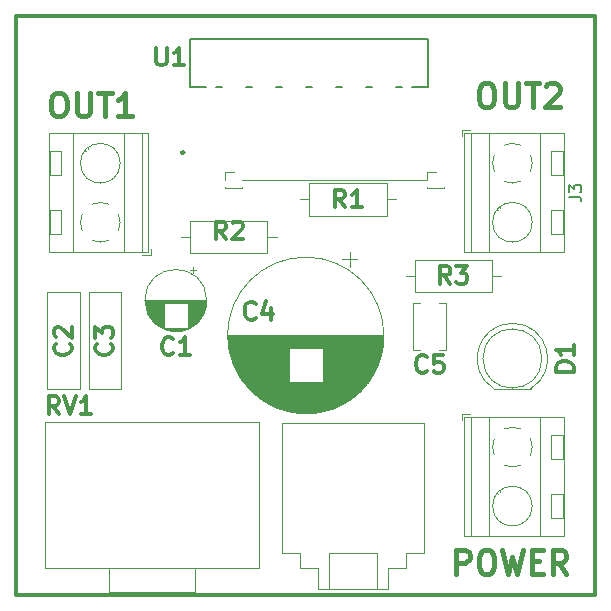
<source format=gbr>
%TF.GenerationSoftware,KiCad,Pcbnew,8.0.1*%
%TF.CreationDate,2024-06-17T12:02:08-07:00*%
%TF.ProjectId,TDA7297_PCB,54444137-3239-4375-9f50-43422e6b6963,rev?*%
%TF.SameCoordinates,Original*%
%TF.FileFunction,Legend,Top*%
%TF.FilePolarity,Positive*%
%FSLAX46Y46*%
G04 Gerber Fmt 4.6, Leading zero omitted, Abs format (unit mm)*
G04 Created by KiCad (PCBNEW 8.0.1) date 2024-06-17 12:02:08*
%MOMM*%
%LPD*%
G01*
G04 APERTURE LIST*
%ADD10C,0.300000*%
%ADD11C,0.100000*%
%ADD12C,0.400000*%
%ADD13C,0.150000*%
%ADD14C,0.120000*%
%ADD15C,0.127000*%
%ADD16C,0.240000*%
G04 APERTURE END LIST*
D10*
X101500000Y-91500000D02*
X150500000Y-91500000D01*
X150500000Y-140500000D01*
X101500000Y-140500000D01*
X101500000Y-91500000D01*
D11*
X120595000Y-105400000D02*
X136300000Y-105400000D01*
D12*
X141120299Y-97209578D02*
X141501252Y-97209578D01*
X141501252Y-97209578D02*
X141691728Y-97304816D01*
X141691728Y-97304816D02*
X141882204Y-97495292D01*
X141882204Y-97495292D02*
X141977442Y-97876244D01*
X141977442Y-97876244D02*
X141977442Y-98542911D01*
X141977442Y-98542911D02*
X141882204Y-98923863D01*
X141882204Y-98923863D02*
X141691728Y-99114340D01*
X141691728Y-99114340D02*
X141501252Y-99209578D01*
X141501252Y-99209578D02*
X141120299Y-99209578D01*
X141120299Y-99209578D02*
X140929823Y-99114340D01*
X140929823Y-99114340D02*
X140739347Y-98923863D01*
X140739347Y-98923863D02*
X140644109Y-98542911D01*
X140644109Y-98542911D02*
X140644109Y-97876244D01*
X140644109Y-97876244D02*
X140739347Y-97495292D01*
X140739347Y-97495292D02*
X140929823Y-97304816D01*
X140929823Y-97304816D02*
X141120299Y-97209578D01*
X142834585Y-97209578D02*
X142834585Y-98828625D01*
X142834585Y-98828625D02*
X142929823Y-99019101D01*
X142929823Y-99019101D02*
X143025061Y-99114340D01*
X143025061Y-99114340D02*
X143215537Y-99209578D01*
X143215537Y-99209578D02*
X143596490Y-99209578D01*
X143596490Y-99209578D02*
X143786966Y-99114340D01*
X143786966Y-99114340D02*
X143882204Y-99019101D01*
X143882204Y-99019101D02*
X143977442Y-98828625D01*
X143977442Y-98828625D02*
X143977442Y-97209578D01*
X144644109Y-97209578D02*
X145786966Y-97209578D01*
X145215537Y-99209578D02*
X145215537Y-97209578D01*
X146358395Y-97400054D02*
X146453633Y-97304816D01*
X146453633Y-97304816D02*
X146644109Y-97209578D01*
X146644109Y-97209578D02*
X147120300Y-97209578D01*
X147120300Y-97209578D02*
X147310776Y-97304816D01*
X147310776Y-97304816D02*
X147406014Y-97400054D01*
X147406014Y-97400054D02*
X147501252Y-97590530D01*
X147501252Y-97590530D02*
X147501252Y-97781006D01*
X147501252Y-97781006D02*
X147406014Y-98066720D01*
X147406014Y-98066720D02*
X146263157Y-99209578D01*
X146263157Y-99209578D02*
X147501252Y-99209578D01*
X138739347Y-138734438D02*
X138739347Y-136734438D01*
X138739347Y-136734438D02*
X139501252Y-136734438D01*
X139501252Y-136734438D02*
X139691728Y-136829676D01*
X139691728Y-136829676D02*
X139786966Y-136924914D01*
X139786966Y-136924914D02*
X139882204Y-137115390D01*
X139882204Y-137115390D02*
X139882204Y-137401104D01*
X139882204Y-137401104D02*
X139786966Y-137591580D01*
X139786966Y-137591580D02*
X139691728Y-137686819D01*
X139691728Y-137686819D02*
X139501252Y-137782057D01*
X139501252Y-137782057D02*
X138739347Y-137782057D01*
X141120299Y-136734438D02*
X141501252Y-136734438D01*
X141501252Y-136734438D02*
X141691728Y-136829676D01*
X141691728Y-136829676D02*
X141882204Y-137020152D01*
X141882204Y-137020152D02*
X141977442Y-137401104D01*
X141977442Y-137401104D02*
X141977442Y-138067771D01*
X141977442Y-138067771D02*
X141882204Y-138448723D01*
X141882204Y-138448723D02*
X141691728Y-138639200D01*
X141691728Y-138639200D02*
X141501252Y-138734438D01*
X141501252Y-138734438D02*
X141120299Y-138734438D01*
X141120299Y-138734438D02*
X140929823Y-138639200D01*
X140929823Y-138639200D02*
X140739347Y-138448723D01*
X140739347Y-138448723D02*
X140644109Y-138067771D01*
X140644109Y-138067771D02*
X140644109Y-137401104D01*
X140644109Y-137401104D02*
X140739347Y-137020152D01*
X140739347Y-137020152D02*
X140929823Y-136829676D01*
X140929823Y-136829676D02*
X141120299Y-136734438D01*
X142644109Y-136734438D02*
X143120299Y-138734438D01*
X143120299Y-138734438D02*
X143501252Y-137305866D01*
X143501252Y-137305866D02*
X143882204Y-138734438D01*
X143882204Y-138734438D02*
X144358395Y-136734438D01*
X145120299Y-137686819D02*
X145786966Y-137686819D01*
X146072680Y-138734438D02*
X145120299Y-138734438D01*
X145120299Y-138734438D02*
X145120299Y-136734438D01*
X145120299Y-136734438D02*
X146072680Y-136734438D01*
X148072680Y-138734438D02*
X147406013Y-137782057D01*
X146929823Y-138734438D02*
X146929823Y-136734438D01*
X146929823Y-136734438D02*
X147691728Y-136734438D01*
X147691728Y-136734438D02*
X147882204Y-136829676D01*
X147882204Y-136829676D02*
X147977442Y-136924914D01*
X147977442Y-136924914D02*
X148072680Y-137115390D01*
X148072680Y-137115390D02*
X148072680Y-137401104D01*
X148072680Y-137401104D02*
X147977442Y-137591580D01*
X147977442Y-137591580D02*
X147882204Y-137686819D01*
X147882204Y-137686819D02*
X147691728Y-137782057D01*
X147691728Y-137782057D02*
X146929823Y-137782057D01*
X104895299Y-98014550D02*
X105276252Y-98014550D01*
X105276252Y-98014550D02*
X105466728Y-98109788D01*
X105466728Y-98109788D02*
X105657204Y-98300264D01*
X105657204Y-98300264D02*
X105752442Y-98681216D01*
X105752442Y-98681216D02*
X105752442Y-99347883D01*
X105752442Y-99347883D02*
X105657204Y-99728835D01*
X105657204Y-99728835D02*
X105466728Y-99919312D01*
X105466728Y-99919312D02*
X105276252Y-100014550D01*
X105276252Y-100014550D02*
X104895299Y-100014550D01*
X104895299Y-100014550D02*
X104704823Y-99919312D01*
X104704823Y-99919312D02*
X104514347Y-99728835D01*
X104514347Y-99728835D02*
X104419109Y-99347883D01*
X104419109Y-99347883D02*
X104419109Y-98681216D01*
X104419109Y-98681216D02*
X104514347Y-98300264D01*
X104514347Y-98300264D02*
X104704823Y-98109788D01*
X104704823Y-98109788D02*
X104895299Y-98014550D01*
X106609585Y-98014550D02*
X106609585Y-99633597D01*
X106609585Y-99633597D02*
X106704823Y-99824073D01*
X106704823Y-99824073D02*
X106800061Y-99919312D01*
X106800061Y-99919312D02*
X106990537Y-100014550D01*
X106990537Y-100014550D02*
X107371490Y-100014550D01*
X107371490Y-100014550D02*
X107561966Y-99919312D01*
X107561966Y-99919312D02*
X107657204Y-99824073D01*
X107657204Y-99824073D02*
X107752442Y-99633597D01*
X107752442Y-99633597D02*
X107752442Y-98014550D01*
X108419109Y-98014550D02*
X109561966Y-98014550D01*
X108990537Y-100014550D02*
X108990537Y-98014550D01*
X111276252Y-100014550D02*
X110133395Y-100014550D01*
X110704823Y-100014550D02*
X110704823Y-98014550D01*
X110704823Y-98014550D02*
X110514347Y-98300264D01*
X110514347Y-98300264D02*
X110323871Y-98490740D01*
X110323871Y-98490740D02*
X110133395Y-98585978D01*
D10*
X138250000Y-114178328D02*
X137750000Y-113464042D01*
X137392857Y-114178328D02*
X137392857Y-112678328D01*
X137392857Y-112678328D02*
X137964286Y-112678328D01*
X137964286Y-112678328D02*
X138107143Y-112749757D01*
X138107143Y-112749757D02*
X138178572Y-112821185D01*
X138178572Y-112821185D02*
X138250000Y-112964042D01*
X138250000Y-112964042D02*
X138250000Y-113178328D01*
X138250000Y-113178328D02*
X138178572Y-113321185D01*
X138178572Y-113321185D02*
X138107143Y-113392614D01*
X138107143Y-113392614D02*
X137964286Y-113464042D01*
X137964286Y-113464042D02*
X137392857Y-113464042D01*
X138750000Y-112678328D02*
X139678572Y-112678328D01*
X139678572Y-112678328D02*
X139178572Y-113249757D01*
X139178572Y-113249757D02*
X139392857Y-113249757D01*
X139392857Y-113249757D02*
X139535715Y-113321185D01*
X139535715Y-113321185D02*
X139607143Y-113392614D01*
X139607143Y-113392614D02*
X139678572Y-113535471D01*
X139678572Y-113535471D02*
X139678572Y-113892614D01*
X139678572Y-113892614D02*
X139607143Y-114035471D01*
X139607143Y-114035471D02*
X139535715Y-114106900D01*
X139535715Y-114106900D02*
X139392857Y-114178328D01*
X139392857Y-114178328D02*
X138964286Y-114178328D01*
X138964286Y-114178328D02*
X138821429Y-114106900D01*
X138821429Y-114106900D02*
X138750000Y-114035471D01*
X119242500Y-110418328D02*
X118742500Y-109704042D01*
X118385357Y-110418328D02*
X118385357Y-108918328D01*
X118385357Y-108918328D02*
X118956786Y-108918328D01*
X118956786Y-108918328D02*
X119099643Y-108989757D01*
X119099643Y-108989757D02*
X119171072Y-109061185D01*
X119171072Y-109061185D02*
X119242500Y-109204042D01*
X119242500Y-109204042D02*
X119242500Y-109418328D01*
X119242500Y-109418328D02*
X119171072Y-109561185D01*
X119171072Y-109561185D02*
X119099643Y-109632614D01*
X119099643Y-109632614D02*
X118956786Y-109704042D01*
X118956786Y-109704042D02*
X118385357Y-109704042D01*
X119813929Y-109061185D02*
X119885357Y-108989757D01*
X119885357Y-108989757D02*
X120028215Y-108918328D01*
X120028215Y-108918328D02*
X120385357Y-108918328D01*
X120385357Y-108918328D02*
X120528215Y-108989757D01*
X120528215Y-108989757D02*
X120599643Y-109061185D01*
X120599643Y-109061185D02*
X120671072Y-109204042D01*
X120671072Y-109204042D02*
X120671072Y-109346900D01*
X120671072Y-109346900D02*
X120599643Y-109561185D01*
X120599643Y-109561185D02*
X119742500Y-110418328D01*
X119742500Y-110418328D02*
X120671072Y-110418328D01*
X113357142Y-94178328D02*
X113357142Y-95392614D01*
X113357142Y-95392614D02*
X113428571Y-95535471D01*
X113428571Y-95535471D02*
X113500000Y-95606900D01*
X113500000Y-95606900D02*
X113642857Y-95678328D01*
X113642857Y-95678328D02*
X113928571Y-95678328D01*
X113928571Y-95678328D02*
X114071428Y-95606900D01*
X114071428Y-95606900D02*
X114142857Y-95535471D01*
X114142857Y-95535471D02*
X114214285Y-95392614D01*
X114214285Y-95392614D02*
X114214285Y-94178328D01*
X115714286Y-95678328D02*
X114857143Y-95678328D01*
X115285714Y-95678328D02*
X115285714Y-94178328D01*
X115285714Y-94178328D02*
X115142857Y-94392614D01*
X115142857Y-94392614D02*
X115000000Y-94535471D01*
X115000000Y-94535471D02*
X114857143Y-94606900D01*
X105107143Y-125218328D02*
X104607143Y-124504042D01*
X104250000Y-125218328D02*
X104250000Y-123718328D01*
X104250000Y-123718328D02*
X104821429Y-123718328D01*
X104821429Y-123718328D02*
X104964286Y-123789757D01*
X104964286Y-123789757D02*
X105035715Y-123861185D01*
X105035715Y-123861185D02*
X105107143Y-124004042D01*
X105107143Y-124004042D02*
X105107143Y-124218328D01*
X105107143Y-124218328D02*
X105035715Y-124361185D01*
X105035715Y-124361185D02*
X104964286Y-124432614D01*
X104964286Y-124432614D02*
X104821429Y-124504042D01*
X104821429Y-124504042D02*
X104250000Y-124504042D01*
X105535715Y-123718328D02*
X106035715Y-125218328D01*
X106035715Y-125218328D02*
X106535715Y-123718328D01*
X107821429Y-125218328D02*
X106964286Y-125218328D01*
X107392857Y-125218328D02*
X107392857Y-123718328D01*
X107392857Y-123718328D02*
X107250000Y-123932614D01*
X107250000Y-123932614D02*
X107107143Y-124075471D01*
X107107143Y-124075471D02*
X106964286Y-124146900D01*
X148678328Y-121607142D02*
X147178328Y-121607142D01*
X147178328Y-121607142D02*
X147178328Y-121249999D01*
X147178328Y-121249999D02*
X147249757Y-121035713D01*
X147249757Y-121035713D02*
X147392614Y-120892856D01*
X147392614Y-120892856D02*
X147535471Y-120821427D01*
X147535471Y-120821427D02*
X147821185Y-120749999D01*
X147821185Y-120749999D02*
X148035471Y-120749999D01*
X148035471Y-120749999D02*
X148321185Y-120821427D01*
X148321185Y-120821427D02*
X148464042Y-120892856D01*
X148464042Y-120892856D02*
X148606900Y-121035713D01*
X148606900Y-121035713D02*
X148678328Y-121249999D01*
X148678328Y-121249999D02*
X148678328Y-121607142D01*
X148678328Y-119321427D02*
X148678328Y-120178570D01*
X148678328Y-119749999D02*
X147178328Y-119749999D01*
X147178328Y-119749999D02*
X147392614Y-119892856D01*
X147392614Y-119892856D02*
X147535471Y-120035713D01*
X147535471Y-120035713D02*
X147606900Y-120178570D01*
X106035471Y-119249999D02*
X106106900Y-119321427D01*
X106106900Y-119321427D02*
X106178328Y-119535713D01*
X106178328Y-119535713D02*
X106178328Y-119678570D01*
X106178328Y-119678570D02*
X106106900Y-119892856D01*
X106106900Y-119892856D02*
X105964042Y-120035713D01*
X105964042Y-120035713D02*
X105821185Y-120107142D01*
X105821185Y-120107142D02*
X105535471Y-120178570D01*
X105535471Y-120178570D02*
X105321185Y-120178570D01*
X105321185Y-120178570D02*
X105035471Y-120107142D01*
X105035471Y-120107142D02*
X104892614Y-120035713D01*
X104892614Y-120035713D02*
X104749757Y-119892856D01*
X104749757Y-119892856D02*
X104678328Y-119678570D01*
X104678328Y-119678570D02*
X104678328Y-119535713D01*
X104678328Y-119535713D02*
X104749757Y-119321427D01*
X104749757Y-119321427D02*
X104821185Y-119249999D01*
X104821185Y-118678570D02*
X104749757Y-118607142D01*
X104749757Y-118607142D02*
X104678328Y-118464285D01*
X104678328Y-118464285D02*
X104678328Y-118107142D01*
X104678328Y-118107142D02*
X104749757Y-117964285D01*
X104749757Y-117964285D02*
X104821185Y-117892856D01*
X104821185Y-117892856D02*
X104964042Y-117821427D01*
X104964042Y-117821427D02*
X105106900Y-117821427D01*
X105106900Y-117821427D02*
X105321185Y-117892856D01*
X105321185Y-117892856D02*
X106178328Y-118749999D01*
X106178328Y-118749999D02*
X106178328Y-117821427D01*
X129322500Y-107718328D02*
X128822500Y-107004042D01*
X128465357Y-107718328D02*
X128465357Y-106218328D01*
X128465357Y-106218328D02*
X129036786Y-106218328D01*
X129036786Y-106218328D02*
X129179643Y-106289757D01*
X129179643Y-106289757D02*
X129251072Y-106361185D01*
X129251072Y-106361185D02*
X129322500Y-106504042D01*
X129322500Y-106504042D02*
X129322500Y-106718328D01*
X129322500Y-106718328D02*
X129251072Y-106861185D01*
X129251072Y-106861185D02*
X129179643Y-106932614D01*
X129179643Y-106932614D02*
X129036786Y-107004042D01*
X129036786Y-107004042D02*
X128465357Y-107004042D01*
X130751072Y-107718328D02*
X129893929Y-107718328D01*
X130322500Y-107718328D02*
X130322500Y-106218328D01*
X130322500Y-106218328D02*
X130179643Y-106432614D01*
X130179643Y-106432614D02*
X130036786Y-106575471D01*
X130036786Y-106575471D02*
X129893929Y-106646900D01*
X121750000Y-117075471D02*
X121678572Y-117146900D01*
X121678572Y-117146900D02*
X121464286Y-117218328D01*
X121464286Y-117218328D02*
X121321429Y-117218328D01*
X121321429Y-117218328D02*
X121107143Y-117146900D01*
X121107143Y-117146900D02*
X120964286Y-117004042D01*
X120964286Y-117004042D02*
X120892857Y-116861185D01*
X120892857Y-116861185D02*
X120821429Y-116575471D01*
X120821429Y-116575471D02*
X120821429Y-116361185D01*
X120821429Y-116361185D02*
X120892857Y-116075471D01*
X120892857Y-116075471D02*
X120964286Y-115932614D01*
X120964286Y-115932614D02*
X121107143Y-115789757D01*
X121107143Y-115789757D02*
X121321429Y-115718328D01*
X121321429Y-115718328D02*
X121464286Y-115718328D01*
X121464286Y-115718328D02*
X121678572Y-115789757D01*
X121678572Y-115789757D02*
X121750000Y-115861185D01*
X123035715Y-116218328D02*
X123035715Y-117218328D01*
X122678572Y-115646900D02*
X122321429Y-116718328D01*
X122321429Y-116718328D02*
X123250000Y-116718328D01*
X136250000Y-121575471D02*
X136178572Y-121646900D01*
X136178572Y-121646900D02*
X135964286Y-121718328D01*
X135964286Y-121718328D02*
X135821429Y-121718328D01*
X135821429Y-121718328D02*
X135607143Y-121646900D01*
X135607143Y-121646900D02*
X135464286Y-121504042D01*
X135464286Y-121504042D02*
X135392857Y-121361185D01*
X135392857Y-121361185D02*
X135321429Y-121075471D01*
X135321429Y-121075471D02*
X135321429Y-120861185D01*
X135321429Y-120861185D02*
X135392857Y-120575471D01*
X135392857Y-120575471D02*
X135464286Y-120432614D01*
X135464286Y-120432614D02*
X135607143Y-120289757D01*
X135607143Y-120289757D02*
X135821429Y-120218328D01*
X135821429Y-120218328D02*
X135964286Y-120218328D01*
X135964286Y-120218328D02*
X136178572Y-120289757D01*
X136178572Y-120289757D02*
X136250000Y-120361185D01*
X137607143Y-120218328D02*
X136892857Y-120218328D01*
X136892857Y-120218328D02*
X136821429Y-120932614D01*
X136821429Y-120932614D02*
X136892857Y-120861185D01*
X136892857Y-120861185D02*
X137035715Y-120789757D01*
X137035715Y-120789757D02*
X137392857Y-120789757D01*
X137392857Y-120789757D02*
X137535715Y-120861185D01*
X137535715Y-120861185D02*
X137607143Y-120932614D01*
X137607143Y-120932614D02*
X137678572Y-121075471D01*
X137678572Y-121075471D02*
X137678572Y-121432614D01*
X137678572Y-121432614D02*
X137607143Y-121575471D01*
X137607143Y-121575471D02*
X137535715Y-121646900D01*
X137535715Y-121646900D02*
X137392857Y-121718328D01*
X137392857Y-121718328D02*
X137035715Y-121718328D01*
X137035715Y-121718328D02*
X136892857Y-121646900D01*
X136892857Y-121646900D02*
X136821429Y-121575471D01*
X114750000Y-120075471D02*
X114678572Y-120146900D01*
X114678572Y-120146900D02*
X114464286Y-120218328D01*
X114464286Y-120218328D02*
X114321429Y-120218328D01*
X114321429Y-120218328D02*
X114107143Y-120146900D01*
X114107143Y-120146900D02*
X113964286Y-120004042D01*
X113964286Y-120004042D02*
X113892857Y-119861185D01*
X113892857Y-119861185D02*
X113821429Y-119575471D01*
X113821429Y-119575471D02*
X113821429Y-119361185D01*
X113821429Y-119361185D02*
X113892857Y-119075471D01*
X113892857Y-119075471D02*
X113964286Y-118932614D01*
X113964286Y-118932614D02*
X114107143Y-118789757D01*
X114107143Y-118789757D02*
X114321429Y-118718328D01*
X114321429Y-118718328D02*
X114464286Y-118718328D01*
X114464286Y-118718328D02*
X114678572Y-118789757D01*
X114678572Y-118789757D02*
X114750000Y-118861185D01*
X116178572Y-120218328D02*
X115321429Y-120218328D01*
X115750000Y-120218328D02*
X115750000Y-118718328D01*
X115750000Y-118718328D02*
X115607143Y-118932614D01*
X115607143Y-118932614D02*
X115464286Y-119075471D01*
X115464286Y-119075471D02*
X115321429Y-119146900D01*
X109535471Y-119249999D02*
X109606900Y-119321427D01*
X109606900Y-119321427D02*
X109678328Y-119535713D01*
X109678328Y-119535713D02*
X109678328Y-119678570D01*
X109678328Y-119678570D02*
X109606900Y-119892856D01*
X109606900Y-119892856D02*
X109464042Y-120035713D01*
X109464042Y-120035713D02*
X109321185Y-120107142D01*
X109321185Y-120107142D02*
X109035471Y-120178570D01*
X109035471Y-120178570D02*
X108821185Y-120178570D01*
X108821185Y-120178570D02*
X108535471Y-120107142D01*
X108535471Y-120107142D02*
X108392614Y-120035713D01*
X108392614Y-120035713D02*
X108249757Y-119892856D01*
X108249757Y-119892856D02*
X108178328Y-119678570D01*
X108178328Y-119678570D02*
X108178328Y-119535713D01*
X108178328Y-119535713D02*
X108249757Y-119321427D01*
X108249757Y-119321427D02*
X108321185Y-119249999D01*
X108178328Y-118749999D02*
X108178328Y-117821427D01*
X108178328Y-117821427D02*
X108749757Y-118321427D01*
X108749757Y-118321427D02*
X108749757Y-118107142D01*
X108749757Y-118107142D02*
X108821185Y-117964285D01*
X108821185Y-117964285D02*
X108892614Y-117892856D01*
X108892614Y-117892856D02*
X109035471Y-117821427D01*
X109035471Y-117821427D02*
X109392614Y-117821427D01*
X109392614Y-117821427D02*
X109535471Y-117892856D01*
X109535471Y-117892856D02*
X109606900Y-117964285D01*
X109606900Y-117964285D02*
X109678328Y-118107142D01*
X109678328Y-118107142D02*
X109678328Y-118535713D01*
X109678328Y-118535713D02*
X109606900Y-118678570D01*
X109606900Y-118678570D02*
X109535471Y-118749999D01*
D13*
X148314819Y-106803333D02*
X149029104Y-106803333D01*
X149029104Y-106803333D02*
X149171961Y-106850952D01*
X149171961Y-106850952D02*
X149267200Y-106946190D01*
X149267200Y-106946190D02*
X149314819Y-107089047D01*
X149314819Y-107089047D02*
X149314819Y-107184285D01*
X148314819Y-106422380D02*
X148314819Y-105803333D01*
X148314819Y-105803333D02*
X148695771Y-106136666D01*
X148695771Y-106136666D02*
X148695771Y-105993809D01*
X148695771Y-105993809D02*
X148743390Y-105898571D01*
X148743390Y-105898571D02*
X148791009Y-105850952D01*
X148791009Y-105850952D02*
X148886247Y-105803333D01*
X148886247Y-105803333D02*
X149124342Y-105803333D01*
X149124342Y-105803333D02*
X149219580Y-105850952D01*
X149219580Y-105850952D02*
X149267200Y-105898571D01*
X149267200Y-105898571D02*
X149314819Y-105993809D01*
X149314819Y-105993809D02*
X149314819Y-106279523D01*
X149314819Y-106279523D02*
X149267200Y-106374761D01*
X149267200Y-106374761D02*
X149219580Y-106422380D01*
D14*
%TO.C,R3*%
X134460000Y-113500000D02*
X135230000Y-113500000D01*
X135230000Y-112130000D02*
X135230000Y-114870000D01*
X135230000Y-114870000D02*
X141770000Y-114870000D01*
X141770000Y-112130000D02*
X135230000Y-112130000D01*
X141770000Y-114870000D02*
X141770000Y-112130000D01*
X142540000Y-113500000D02*
X141770000Y-113500000D01*
%TO.C,J1*%
X139200000Y-125200000D02*
X139200000Y-125700000D01*
X139440000Y-125440000D02*
X139440000Y-135560000D01*
X139940000Y-125200000D02*
X139200000Y-125200000D01*
X140000000Y-125440000D02*
X140000000Y-135560000D01*
X141500000Y-125440000D02*
X141500000Y-135560000D01*
X142261000Y-131966000D02*
X142226000Y-131931000D01*
X142477000Y-131773000D02*
X142431000Y-131726000D01*
X144569000Y-134275000D02*
X144523000Y-134228000D01*
X144775000Y-134070000D02*
X144739000Y-134035000D01*
X145801000Y-125440000D02*
X145801000Y-135560000D01*
X146800000Y-127000000D02*
X146800000Y-129000000D01*
X146800000Y-132000000D02*
X146800000Y-134000000D01*
X147800000Y-127000000D02*
X146800000Y-127000000D01*
X147800000Y-127000000D02*
X147800000Y-129000000D01*
X147800000Y-129000000D02*
X146800000Y-129000000D01*
X147800000Y-132000000D02*
X146800000Y-132000000D01*
X147800000Y-132000000D02*
X147800000Y-134000000D01*
X147800000Y-134000000D02*
X146800000Y-134000000D01*
X147860000Y-125440000D02*
X139440000Y-125440000D01*
X147860000Y-125440000D02*
X147860000Y-135560000D01*
X147860000Y-135560000D02*
X139440000Y-135560000D01*
X141819748Y-128028805D02*
G75*
G02*
X141965001Y-127316000I1680253J28806D01*
G01*
X141965245Y-128683318D02*
G75*
G02*
X141820001Y-128000000I1534755J683318D01*
G01*
X142816958Y-126464574D02*
G75*
G02*
X144183999Y-126465001I683041J-1535419D01*
G01*
X144183042Y-129535426D02*
G75*
G02*
X142816000Y-129535000I-683042J1535426D01*
G01*
X145035426Y-127316958D02*
G75*
G02*
X145034999Y-128683999I-1535419J-683041D01*
G01*
X145180000Y-133000000D02*
G75*
G02*
X141820000Y-133000000I-1680000J0D01*
G01*
X141820000Y-133000000D02*
G75*
G02*
X145180000Y-133000000I1680000J0D01*
G01*
%TO.C,R2*%
X115452500Y-110200000D02*
X116222500Y-110200000D01*
X116222500Y-108830000D02*
X116222500Y-111570000D01*
X116222500Y-111570000D02*
X122762500Y-111570000D01*
X122762500Y-108830000D02*
X116222500Y-108830000D01*
X122762500Y-111570000D02*
X122762500Y-108830000D01*
X123532500Y-110200000D02*
X122762500Y-110200000D01*
D15*
%TO.C,U1*%
X116177500Y-93450000D02*
X136377500Y-93450000D01*
X116177500Y-97550000D02*
X116177500Y-93450000D01*
X117567500Y-97550000D02*
X116177500Y-97550000D01*
X118437500Y-97550000D02*
X118937500Y-97550000D01*
X120937500Y-97550000D02*
X121437500Y-97550000D01*
X123467500Y-97550000D02*
X123987500Y-97550000D01*
X126007500Y-97550000D02*
X126547500Y-97550000D01*
X128547500Y-97550000D02*
X129097500Y-97550000D01*
X131097500Y-97550000D02*
X131627500Y-97550000D01*
X133637500Y-97550000D02*
X134167500Y-97550000D01*
X136377500Y-93450000D02*
X136377500Y-97550000D01*
X136377500Y-97550000D02*
X134957500Y-97550000D01*
D16*
X115707500Y-103080000D02*
G75*
G02*
X115467500Y-103080000I-120000J0D01*
G01*
X115467500Y-103080000D02*
G75*
G02*
X115707500Y-103080000I120000J0D01*
G01*
D14*
%TO.C,RV1*%
X103930000Y-125885000D02*
X103930000Y-138225000D01*
X109380000Y-138225000D02*
X109380000Y-140305000D01*
X116620000Y-138225000D02*
X116620000Y-140305000D01*
X116620000Y-140305000D02*
X109380000Y-140305000D01*
X122070000Y-125885000D02*
X103930000Y-125885000D01*
X122070000Y-125885000D02*
X122070000Y-138225000D01*
X122070000Y-138225000D02*
X103930000Y-138225000D01*
%TO.C,J6*%
X136300000Y-104715000D02*
X136995000Y-104715000D01*
X136300000Y-105400000D02*
X136300000Y-104715000D01*
X136300000Y-106085000D02*
X136300000Y-105960000D01*
X136300000Y-106085000D02*
X136386724Y-106085000D01*
X136300000Y-106085000D02*
X137690000Y-106085000D01*
X137603276Y-106085000D02*
X137690000Y-106085000D01*
X137690000Y-106085000D02*
X137690000Y-105960000D01*
%TO.C,J5*%
X119200000Y-104715000D02*
X119895000Y-104715000D01*
X119200000Y-105400000D02*
X119200000Y-104715000D01*
X119200000Y-106085000D02*
X119200000Y-105960000D01*
X119200000Y-106085000D02*
X119286724Y-106085000D01*
X119200000Y-106085000D02*
X120590000Y-106085000D01*
X120503276Y-106085000D02*
X120590000Y-106085000D01*
X120590000Y-106085000D02*
X120590000Y-105960000D01*
%TO.C,D1*%
X141955000Y-123065000D02*
X145045000Y-123065000D01*
X141955170Y-123064999D02*
G75*
G02*
X143500462Y-117515001I1544830J2559999D01*
G01*
X143499538Y-117515000D02*
G75*
G02*
X145044830Y-123065000I462J-2990000D01*
G01*
X146000000Y-120505000D02*
G75*
G02*
X141000000Y-120505000I-2500000J0D01*
G01*
X141000000Y-120505000D02*
G75*
G02*
X146000000Y-120505000I2500000J0D01*
G01*
%TO.C,C2*%
X104130000Y-114880000D02*
X106870000Y-114880000D01*
X104130000Y-123120000D02*
X104130000Y-114880000D01*
X104130000Y-123120000D02*
X106870000Y-123120000D01*
X106870000Y-123120000D02*
X106870000Y-114880000D01*
%TO.C,R1*%
X125532500Y-107040000D02*
X126302500Y-107040000D01*
X126302500Y-105670000D02*
X126302500Y-108410000D01*
X126302500Y-108410000D02*
X132842500Y-108410000D01*
X132842500Y-105670000D02*
X126302500Y-105670000D01*
X132842500Y-108410000D02*
X132842500Y-105670000D01*
X133612500Y-107040000D02*
X132842500Y-107040000D01*
%TO.C,J2*%
X104250000Y-101410000D02*
X112670000Y-101410000D01*
X104250000Y-111530000D02*
X104250000Y-101410000D01*
X104250000Y-111530000D02*
X112670000Y-111530000D01*
X104310000Y-102970000D02*
X105310000Y-102970000D01*
X104310000Y-104970000D02*
X104310000Y-102970000D01*
X104310000Y-104970000D02*
X105310000Y-104970000D01*
X104310000Y-107970000D02*
X105310000Y-107970000D01*
X104310000Y-109970000D02*
X104310000Y-107970000D01*
X104310000Y-109970000D02*
X105310000Y-109970000D01*
X105310000Y-104970000D02*
X105310000Y-102970000D01*
X105310000Y-109970000D02*
X105310000Y-107970000D01*
X106309000Y-111530000D02*
X106309000Y-101410000D01*
X107335000Y-102900000D02*
X107371000Y-102935000D01*
X107541000Y-102695000D02*
X107587000Y-102742000D01*
X109633000Y-105197000D02*
X109679000Y-105244000D01*
X109849000Y-105004000D02*
X109884000Y-105039000D01*
X110610000Y-111530000D02*
X110610000Y-101410000D01*
X112110000Y-111530000D02*
X112110000Y-101410000D01*
X112170000Y-111770000D02*
X112910000Y-111770000D01*
X112670000Y-111530000D02*
X112670000Y-101410000D01*
X112910000Y-111770000D02*
X112910000Y-111270000D01*
X107074574Y-109653042D02*
G75*
G02*
X107075001Y-108286001I1535419J683041D01*
G01*
X107926958Y-107434574D02*
G75*
G02*
X109294000Y-107435000I683042J-1535426D01*
G01*
X109293042Y-110505426D02*
G75*
G02*
X107926001Y-110504999I-683041J1535419D01*
G01*
X110144755Y-108286682D02*
G75*
G02*
X110289999Y-108970000I-1534755J-683318D01*
G01*
X110290252Y-108941195D02*
G75*
G02*
X110144999Y-109654000I-1680253J-28806D01*
G01*
X110290000Y-103970000D02*
G75*
G02*
X106930000Y-103970000I-1680000J0D01*
G01*
X106930000Y-103970000D02*
G75*
G02*
X110290000Y-103970000I1680000J0D01*
G01*
%TO.C,C4*%
X124560000Y-119621000D02*
X119508000Y-119621000D01*
X124560000Y-119661000D02*
X119515000Y-119661000D01*
X124560000Y-119701000D02*
X119522000Y-119701000D01*
X124560000Y-119741000D02*
X119529000Y-119741000D01*
X124560000Y-119781000D02*
X119537000Y-119781000D01*
X124560000Y-119821000D02*
X119544000Y-119821000D01*
X124560000Y-119861000D02*
X119552000Y-119861000D01*
X124560000Y-119901000D02*
X119561000Y-119901000D01*
X124560000Y-119941000D02*
X119569000Y-119941000D01*
X124560000Y-119981000D02*
X119578000Y-119981000D01*
X124560000Y-120021000D02*
X119587000Y-120021000D01*
X124560000Y-120061000D02*
X119596000Y-120061000D01*
X124560000Y-120101000D02*
X119606000Y-120101000D01*
X124560000Y-120141000D02*
X119616000Y-120141000D01*
X124560000Y-120181000D02*
X119626000Y-120181000D01*
X124560000Y-120221000D02*
X119636000Y-120221000D01*
X124560000Y-120261000D02*
X119647000Y-120261000D01*
X124560000Y-120301000D02*
X119658000Y-120301000D01*
X124560000Y-120341000D02*
X119669000Y-120341000D01*
X124560000Y-120381000D02*
X119680000Y-120381000D01*
X124560000Y-120421000D02*
X119692000Y-120421000D01*
X124560000Y-120461000D02*
X119704000Y-120461000D01*
X124560000Y-120501000D02*
X119716000Y-120501000D01*
X124560000Y-120541000D02*
X119729000Y-120541000D01*
X124560000Y-120581000D02*
X119742000Y-120581000D01*
X124560000Y-120621000D02*
X119755000Y-120621000D01*
X124560000Y-120661000D02*
X119768000Y-120661000D01*
X124560000Y-120701000D02*
X119782000Y-120701000D01*
X124560000Y-120741000D02*
X119796000Y-120741000D01*
X124560000Y-120781000D02*
X119810000Y-120781000D01*
X124560000Y-120821000D02*
X119825000Y-120821000D01*
X124560000Y-120861000D02*
X119839000Y-120861000D01*
X124560000Y-120901000D02*
X119854000Y-120901000D01*
X124560000Y-120941000D02*
X119870000Y-120941000D01*
X124560000Y-120981000D02*
X119886000Y-120981000D01*
X124560000Y-121021000D02*
X119902000Y-121021000D01*
X124560000Y-121061000D02*
X119918000Y-121061000D01*
X124560000Y-121101000D02*
X119935000Y-121101000D01*
X124560000Y-121141000D02*
X119951000Y-121141000D01*
X124560000Y-121181000D02*
X119969000Y-121181000D01*
X124560000Y-121221000D02*
X119986000Y-121221000D01*
X124560000Y-121261000D02*
X120004000Y-121261000D01*
X124560000Y-121301000D02*
X120022000Y-121301000D01*
X124560000Y-121341000D02*
X120041000Y-121341000D01*
X124560000Y-121381000D02*
X120060000Y-121381000D01*
X124560000Y-121421000D02*
X120079000Y-121421000D01*
X124560000Y-121461000D02*
X120098000Y-121461000D01*
X124560000Y-121501000D02*
X120118000Y-121501000D01*
X124560000Y-121541000D02*
X120138000Y-121541000D01*
X124560000Y-121581000D02*
X120159000Y-121581000D01*
X124560000Y-121621000D02*
X120180000Y-121621000D01*
X124560000Y-121661000D02*
X120201000Y-121661000D01*
X124560000Y-121701000D02*
X120222000Y-121701000D01*
X124560000Y-121741000D02*
X120244000Y-121741000D01*
X124560000Y-121781000D02*
X120267000Y-121781000D01*
X124560000Y-121821000D02*
X120289000Y-121821000D01*
X124560000Y-121861000D02*
X120312000Y-121861000D01*
X124560000Y-121901000D02*
X120336000Y-121901000D01*
X124560000Y-121941000D02*
X120359000Y-121941000D01*
X124560000Y-121981000D02*
X120383000Y-121981000D01*
X124560000Y-122021000D02*
X120408000Y-122021000D01*
X124560000Y-122061000D02*
X120433000Y-122061000D01*
X124560000Y-122101000D02*
X120458000Y-122101000D01*
X124560000Y-122141000D02*
X120484000Y-122141000D01*
X124560000Y-122181000D02*
X120510000Y-122181000D01*
X124560000Y-122221000D02*
X120537000Y-122221000D01*
X124560000Y-122261000D02*
X120564000Y-122261000D01*
X124560000Y-122301000D02*
X120591000Y-122301000D01*
X124560000Y-122341000D02*
X120619000Y-122341000D01*
X124560000Y-122381000D02*
X120647000Y-122381000D01*
X124560000Y-122421000D02*
X120676000Y-122421000D01*
X124560000Y-122461000D02*
X120705000Y-122461000D01*
X126475000Y-125141000D02*
X125525000Y-125141000D01*
X126850000Y-125101000D02*
X125150000Y-125101000D01*
X127107000Y-125061000D02*
X124893000Y-125061000D01*
X127315000Y-125021000D02*
X124685000Y-125021000D01*
X127494000Y-124981000D02*
X124506000Y-124981000D01*
X127653000Y-124941000D02*
X124347000Y-124941000D01*
X127798000Y-124901000D02*
X124202000Y-124901000D01*
X127931000Y-124861000D02*
X124069000Y-124861000D01*
X128055000Y-124821000D02*
X123945000Y-124821000D01*
X128171000Y-124781000D02*
X123829000Y-124781000D01*
X128281000Y-124741000D02*
X123719000Y-124741000D01*
X128385000Y-124701000D02*
X123615000Y-124701000D01*
X128484000Y-124661000D02*
X123516000Y-124661000D01*
X128579000Y-124621000D02*
X123421000Y-124621000D01*
X128670000Y-124581000D02*
X123330000Y-124581000D01*
X128758000Y-124541000D02*
X123242000Y-124541000D01*
X128842000Y-124501000D02*
X123158000Y-124501000D01*
X128923000Y-124461000D02*
X123077000Y-124461000D01*
X129002000Y-124421000D02*
X122998000Y-124421000D01*
X129078000Y-124381000D02*
X122922000Y-124381000D01*
X129152000Y-124341000D02*
X122848000Y-124341000D01*
X129223000Y-124301000D02*
X122777000Y-124301000D01*
X129293000Y-124261000D02*
X122707000Y-124261000D01*
X129361000Y-124221000D02*
X122639000Y-124221000D01*
X129427000Y-124181000D02*
X122573000Y-124181000D01*
X129491000Y-124141000D02*
X122509000Y-124141000D01*
X129554000Y-124101000D02*
X122446000Y-124101000D01*
X129615000Y-124061000D02*
X122385000Y-124061000D01*
X129675000Y-124021000D02*
X122325000Y-124021000D01*
X129715000Y-111455431D02*
X129715000Y-112755431D01*
X129733000Y-123981000D02*
X122267000Y-123981000D01*
X129790000Y-123941000D02*
X122210000Y-123941000D01*
X129846000Y-123901000D02*
X122154000Y-123901000D01*
X129900000Y-123861000D02*
X122100000Y-123861000D01*
X129954000Y-123821000D02*
X122046000Y-123821000D01*
X130006000Y-123781000D02*
X121994000Y-123781000D01*
X130057000Y-123741000D02*
X121943000Y-123741000D01*
X130108000Y-123701000D02*
X121892000Y-123701000D01*
X130157000Y-123661000D02*
X121843000Y-123661000D01*
X130205000Y-123621000D02*
X121795000Y-123621000D01*
X130253000Y-123581000D02*
X121747000Y-123581000D01*
X130299000Y-123541000D02*
X121701000Y-123541000D01*
X130345000Y-123501000D02*
X121655000Y-123501000D01*
X130365000Y-112105431D02*
X129065000Y-112105431D01*
X130390000Y-123461000D02*
X121610000Y-123461000D01*
X130434000Y-123421000D02*
X121566000Y-123421000D01*
X130477000Y-123381000D02*
X121523000Y-123381000D01*
X130519000Y-123341000D02*
X121481000Y-123341000D01*
X130561000Y-123301000D02*
X121439000Y-123301000D01*
X130602000Y-123261000D02*
X121398000Y-123261000D01*
X130643000Y-123221000D02*
X121357000Y-123221000D01*
X130682000Y-123181000D02*
X121318000Y-123181000D01*
X130721000Y-123141000D02*
X121279000Y-123141000D01*
X130760000Y-123101000D02*
X121240000Y-123101000D01*
X130797000Y-123061000D02*
X121203000Y-123061000D01*
X130834000Y-123021000D02*
X121166000Y-123021000D01*
X130871000Y-122981000D02*
X121129000Y-122981000D01*
X130907000Y-122941000D02*
X121093000Y-122941000D01*
X130942000Y-122901000D02*
X121058000Y-122901000D01*
X130977000Y-122861000D02*
X121023000Y-122861000D01*
X131011000Y-122821000D02*
X120989000Y-122821000D01*
X131044000Y-122781000D02*
X120956000Y-122781000D01*
X131078000Y-122741000D02*
X120922000Y-122741000D01*
X131110000Y-122701000D02*
X120890000Y-122701000D01*
X131142000Y-122661000D02*
X120858000Y-122661000D01*
X131174000Y-122621000D02*
X120826000Y-122621000D01*
X131205000Y-122581000D02*
X120795000Y-122581000D01*
X131235000Y-122541000D02*
X120765000Y-122541000D01*
X131265000Y-122501000D02*
X120735000Y-122501000D01*
X131295000Y-122461000D02*
X127440000Y-122461000D01*
X131324000Y-122421000D02*
X127440000Y-122421000D01*
X131353000Y-122381000D02*
X127440000Y-122381000D01*
X131381000Y-122341000D02*
X127440000Y-122341000D01*
X131409000Y-122301000D02*
X127440000Y-122301000D01*
X131436000Y-122261000D02*
X127440000Y-122261000D01*
X131463000Y-122221000D02*
X127440000Y-122221000D01*
X131490000Y-122181000D02*
X127440000Y-122181000D01*
X131516000Y-122141000D02*
X127440000Y-122141000D01*
X131542000Y-122101000D02*
X127440000Y-122101000D01*
X131567000Y-122061000D02*
X127440000Y-122061000D01*
X131592000Y-122021000D02*
X127440000Y-122021000D01*
X131617000Y-121981000D02*
X127440000Y-121981000D01*
X131641000Y-121941000D02*
X127440000Y-121941000D01*
X131664000Y-121901000D02*
X127440000Y-121901000D01*
X131688000Y-121861000D02*
X127440000Y-121861000D01*
X131711000Y-121821000D02*
X127440000Y-121821000D01*
X131733000Y-121781000D02*
X127440000Y-121781000D01*
X131756000Y-121741000D02*
X127440000Y-121741000D01*
X131778000Y-121701000D02*
X127440000Y-121701000D01*
X131799000Y-121661000D02*
X127440000Y-121661000D01*
X131820000Y-121621000D02*
X127440000Y-121621000D01*
X131841000Y-121581000D02*
X127440000Y-121581000D01*
X131862000Y-121541000D02*
X127440000Y-121541000D01*
X131882000Y-121501000D02*
X127440000Y-121501000D01*
X131902000Y-121461000D02*
X127440000Y-121461000D01*
X131921000Y-121421000D02*
X127440000Y-121421000D01*
X131940000Y-121381000D02*
X127440000Y-121381000D01*
X131959000Y-121341000D02*
X127440000Y-121341000D01*
X131978000Y-121301000D02*
X127440000Y-121301000D01*
X131996000Y-121261000D02*
X127440000Y-121261000D01*
X132014000Y-121221000D02*
X127440000Y-121221000D01*
X132031000Y-121181000D02*
X127440000Y-121181000D01*
X132049000Y-121141000D02*
X127440000Y-121141000D01*
X132065000Y-121101000D02*
X127440000Y-121101000D01*
X132082000Y-121061000D02*
X127440000Y-121061000D01*
X132098000Y-121021000D02*
X127440000Y-121021000D01*
X132114000Y-120981000D02*
X127440000Y-120981000D01*
X132130000Y-120941000D02*
X127440000Y-120941000D01*
X132146000Y-120901000D02*
X127440000Y-120901000D01*
X132161000Y-120861000D02*
X127440000Y-120861000D01*
X132175000Y-120821000D02*
X127440000Y-120821000D01*
X132190000Y-120781000D02*
X127440000Y-120781000D01*
X132204000Y-120741000D02*
X127440000Y-120741000D01*
X132218000Y-120701000D02*
X127440000Y-120701000D01*
X132232000Y-120661000D02*
X127440000Y-120661000D01*
X132245000Y-120621000D02*
X127440000Y-120621000D01*
X132258000Y-120581000D02*
X127440000Y-120581000D01*
X132271000Y-120541000D02*
X127440000Y-120541000D01*
X132284000Y-120501000D02*
X127440000Y-120501000D01*
X132296000Y-120461000D02*
X127440000Y-120461000D01*
X132308000Y-120421000D02*
X127440000Y-120421000D01*
X132320000Y-120381000D02*
X127440000Y-120381000D01*
X132331000Y-120341000D02*
X127440000Y-120341000D01*
X132342000Y-120301000D02*
X127440000Y-120301000D01*
X132353000Y-120261000D02*
X127440000Y-120261000D01*
X132364000Y-120221000D02*
X127440000Y-120221000D01*
X132374000Y-120181000D02*
X127440000Y-120181000D01*
X132384000Y-120141000D02*
X127440000Y-120141000D01*
X132394000Y-120101000D02*
X127440000Y-120101000D01*
X132404000Y-120061000D02*
X127440000Y-120061000D01*
X132413000Y-120021000D02*
X127440000Y-120021000D01*
X132422000Y-119981000D02*
X127440000Y-119981000D01*
X132431000Y-119941000D02*
X127440000Y-119941000D01*
X132439000Y-119901000D02*
X127440000Y-119901000D01*
X132448000Y-119861000D02*
X127440000Y-119861000D01*
X132456000Y-119821000D02*
X127440000Y-119821000D01*
X132463000Y-119781000D02*
X127440000Y-119781000D01*
X132471000Y-119741000D02*
X127440000Y-119741000D01*
X132478000Y-119701000D02*
X127440000Y-119701000D01*
X132485000Y-119661000D02*
X127440000Y-119661000D01*
X132492000Y-119621000D02*
X127440000Y-119621000D01*
X132498000Y-119581000D02*
X119502000Y-119581000D01*
X132505000Y-119541000D02*
X119495000Y-119541000D01*
X132511000Y-119501000D02*
X119489000Y-119501000D01*
X132516000Y-119461000D02*
X119484000Y-119461000D01*
X132522000Y-119421000D02*
X119478000Y-119421000D01*
X132527000Y-119381000D02*
X119473000Y-119381000D01*
X132532000Y-119341000D02*
X119468000Y-119341000D01*
X132537000Y-119301000D02*
X119463000Y-119301000D01*
X132541000Y-119261000D02*
X119459000Y-119261000D01*
X132545000Y-119220000D02*
X119455000Y-119220000D01*
X132549000Y-119180000D02*
X119451000Y-119180000D01*
X132553000Y-119140000D02*
X119447000Y-119140000D01*
X132557000Y-119100000D02*
X119443000Y-119100000D01*
X132560000Y-119060000D02*
X119440000Y-119060000D01*
X132563000Y-119020000D02*
X119437000Y-119020000D01*
X132566000Y-118980000D02*
X119434000Y-118980000D01*
X132568000Y-118940000D02*
X119432000Y-118940000D01*
X132571000Y-118900000D02*
X119429000Y-118900000D01*
X132573000Y-118860000D02*
X119427000Y-118860000D01*
X132575000Y-118820000D02*
X119425000Y-118820000D01*
X132576000Y-118780000D02*
X119424000Y-118780000D01*
X132577000Y-118740000D02*
X119423000Y-118740000D01*
X132579000Y-118660000D02*
X119421000Y-118660000D01*
X132579000Y-118700000D02*
X119421000Y-118700000D01*
X132580000Y-118540000D02*
X119420000Y-118540000D01*
X132580000Y-118580000D02*
X119420000Y-118580000D01*
X132580000Y-118620000D02*
X119420000Y-118620000D01*
X132620000Y-118540000D02*
G75*
G02*
X119380000Y-118540000I-6620000J0D01*
G01*
X119380000Y-118540000D02*
G75*
G02*
X132620000Y-118540000I6620000J0D01*
G01*
%TO.C,C5*%
X135080000Y-115770000D02*
X135080000Y-119810000D01*
X135705000Y-115770000D02*
X135080000Y-115770000D01*
X135705000Y-119810000D02*
X135080000Y-119810000D01*
X137920000Y-115770000D02*
X137295000Y-115770000D01*
X137920000Y-115770000D02*
X137920000Y-119810000D01*
X137920000Y-119810000D02*
X137295000Y-119810000D01*
%TO.C,J4*%
X124000000Y-126005000D02*
X136000000Y-126005000D01*
X124000000Y-137005000D02*
X124000000Y-126005000D01*
X125500000Y-137005000D02*
X124000000Y-137005000D01*
X125500000Y-138205000D02*
X125500000Y-137005000D01*
X127000000Y-138205000D02*
X125500000Y-138205000D01*
X127000000Y-140005000D02*
X127000000Y-138205000D01*
X128000000Y-137005000D02*
X128000000Y-140005000D01*
X132000000Y-137005000D02*
X128000000Y-137005000D01*
X132000000Y-140005000D02*
X132000000Y-137005000D01*
X133000000Y-138205000D02*
X133000000Y-140005000D01*
X133000000Y-140005000D02*
X127000000Y-140005000D01*
X134500000Y-137005000D02*
X134500000Y-138205000D01*
X134500000Y-138205000D02*
X133000000Y-138205000D01*
X136000000Y-126005000D02*
X136000000Y-137005000D01*
X136000000Y-137005000D02*
X134500000Y-137005000D01*
%TO.C,C1*%
X113960000Y-115824888D02*
X112431000Y-115824888D01*
X113960000Y-115864888D02*
X112435000Y-115864888D01*
X113960000Y-115904888D02*
X112439000Y-115904888D01*
X113960000Y-115944888D02*
X112444000Y-115944888D01*
X113960000Y-115984888D02*
X112450000Y-115984888D01*
X113960000Y-116024888D02*
X112457000Y-116024888D01*
X113960000Y-116064888D02*
X112464000Y-116064888D01*
X113960000Y-116104888D02*
X112472000Y-116104888D01*
X113960000Y-116144888D02*
X112480000Y-116144888D01*
X113960000Y-116184888D02*
X112489000Y-116184888D01*
X113960000Y-116224888D02*
X112499000Y-116224888D01*
X113960000Y-116264888D02*
X112509000Y-116264888D01*
X113960000Y-116305888D02*
X112520000Y-116305888D01*
X113960000Y-116345888D02*
X112532000Y-116345888D01*
X113960000Y-116385888D02*
X112545000Y-116385888D01*
X113960000Y-116425888D02*
X112558000Y-116425888D01*
X113960000Y-116465888D02*
X112572000Y-116465888D01*
X113960000Y-116505888D02*
X112586000Y-116505888D01*
X113960000Y-116545888D02*
X112602000Y-116545888D01*
X113960000Y-116585888D02*
X112618000Y-116585888D01*
X113960000Y-116625888D02*
X112635000Y-116625888D01*
X113960000Y-116665888D02*
X112652000Y-116665888D01*
X113960000Y-116705888D02*
X112671000Y-116705888D01*
X113960000Y-116745888D02*
X112690000Y-116745888D01*
X113960000Y-116785888D02*
X112710000Y-116785888D01*
X113960000Y-116825888D02*
X112732000Y-116825888D01*
X113960000Y-116865888D02*
X112753000Y-116865888D01*
X113960000Y-116905888D02*
X112776000Y-116905888D01*
X113960000Y-116945888D02*
X112800000Y-116945888D01*
X113960000Y-116985888D02*
X112825000Y-116985888D01*
X113960000Y-117025888D02*
X112851000Y-117025888D01*
X113960000Y-117065888D02*
X112878000Y-117065888D01*
X113960000Y-117105888D02*
X112905000Y-117105888D01*
X113960000Y-117145888D02*
X112935000Y-117145888D01*
X113960000Y-117185888D02*
X112965000Y-117185888D01*
X113960000Y-117225888D02*
X112996000Y-117225888D01*
X113960000Y-117265888D02*
X113029000Y-117265888D01*
X113960000Y-117305888D02*
X113063000Y-117305888D01*
X113960000Y-117345888D02*
X113099000Y-117345888D01*
X113960000Y-117385888D02*
X113136000Y-117385888D01*
X113960000Y-117425888D02*
X113174000Y-117425888D01*
X113960000Y-117465888D02*
X113215000Y-117465888D01*
X113960000Y-117505888D02*
X113257000Y-117505888D01*
X113960000Y-117545888D02*
X113301000Y-117545888D01*
X113960000Y-117585888D02*
X113347000Y-117585888D01*
X113960000Y-117625888D02*
X113395000Y-117625888D01*
X113960000Y-117665888D02*
X113446000Y-117665888D01*
X113960000Y-117705888D02*
X113500000Y-117705888D01*
X113960000Y-117745888D02*
X113557000Y-117745888D01*
X113960000Y-117785888D02*
X113617000Y-117785888D01*
X113960000Y-117825888D02*
X113681000Y-117825888D01*
X113960000Y-117865888D02*
X113749000Y-117865888D01*
X115284000Y-118185888D02*
X114716000Y-118185888D01*
X115518000Y-118145888D02*
X114482000Y-118145888D01*
X115677000Y-118105888D02*
X114323000Y-118105888D01*
X115805000Y-118065888D02*
X114195000Y-118065888D01*
X115915000Y-118025888D02*
X114085000Y-118025888D01*
X116011000Y-117985888D02*
X113989000Y-117985888D01*
X116098000Y-117945888D02*
X113902000Y-117945888D01*
X116178000Y-117905888D02*
X113822000Y-117905888D01*
X116251000Y-117865888D02*
X116040000Y-117865888D01*
X116319000Y-117825888D02*
X116040000Y-117825888D01*
X116383000Y-117785888D02*
X116040000Y-117785888D01*
X116443000Y-117745888D02*
X116040000Y-117745888D01*
X116475000Y-112780113D02*
X116475000Y-113280113D01*
X116500000Y-117705888D02*
X116040000Y-117705888D01*
X116554000Y-117665888D02*
X116040000Y-117665888D01*
X116605000Y-117625888D02*
X116040000Y-117625888D01*
X116653000Y-117585888D02*
X116040000Y-117585888D01*
X116699000Y-117545888D02*
X116040000Y-117545888D01*
X116725000Y-113030113D02*
X116225000Y-113030113D01*
X116743000Y-117505888D02*
X116040000Y-117505888D01*
X116785000Y-117465888D02*
X116040000Y-117465888D01*
X116826000Y-117425888D02*
X116040000Y-117425888D01*
X116864000Y-117385888D02*
X116040000Y-117385888D01*
X116901000Y-117345888D02*
X116040000Y-117345888D01*
X116937000Y-117305888D02*
X116040000Y-117305888D01*
X116971000Y-117265888D02*
X116040000Y-117265888D01*
X117004000Y-117225888D02*
X116040000Y-117225888D01*
X117035000Y-117185888D02*
X116040000Y-117185888D01*
X117065000Y-117145888D02*
X116040000Y-117145888D01*
X117095000Y-117105888D02*
X116040000Y-117105888D01*
X117122000Y-117065888D02*
X116040000Y-117065888D01*
X117149000Y-117025888D02*
X116040000Y-117025888D01*
X117175000Y-116985888D02*
X116040000Y-116985888D01*
X117200000Y-116945888D02*
X116040000Y-116945888D01*
X117224000Y-116905888D02*
X116040000Y-116905888D01*
X117247000Y-116865888D02*
X116040000Y-116865888D01*
X117268000Y-116825888D02*
X116040000Y-116825888D01*
X117290000Y-116785888D02*
X116040000Y-116785888D01*
X117310000Y-116745888D02*
X116040000Y-116745888D01*
X117329000Y-116705888D02*
X116040000Y-116705888D01*
X117348000Y-116665888D02*
X116040000Y-116665888D01*
X117365000Y-116625888D02*
X116040000Y-116625888D01*
X117382000Y-116585888D02*
X116040000Y-116585888D01*
X117398000Y-116545888D02*
X116040000Y-116545888D01*
X117414000Y-116505888D02*
X116040000Y-116505888D01*
X117428000Y-116465888D02*
X116040000Y-116465888D01*
X117442000Y-116425888D02*
X116040000Y-116425888D01*
X117455000Y-116385888D02*
X116040000Y-116385888D01*
X117468000Y-116345888D02*
X116040000Y-116345888D01*
X117480000Y-116305888D02*
X116040000Y-116305888D01*
X117491000Y-116264888D02*
X116040000Y-116264888D01*
X117501000Y-116224888D02*
X116040000Y-116224888D01*
X117511000Y-116184888D02*
X116040000Y-116184888D01*
X117520000Y-116144888D02*
X116040000Y-116144888D01*
X117528000Y-116104888D02*
X116040000Y-116104888D01*
X117536000Y-116064888D02*
X116040000Y-116064888D01*
X117543000Y-116024888D02*
X116040000Y-116024888D01*
X117550000Y-115984888D02*
X116040000Y-115984888D01*
X117556000Y-115944888D02*
X116040000Y-115944888D01*
X117561000Y-115904888D02*
X116040000Y-115904888D01*
X117565000Y-115864888D02*
X116040000Y-115864888D01*
X117569000Y-115824888D02*
X116040000Y-115824888D01*
X117573000Y-115784888D02*
X112427000Y-115784888D01*
X117576000Y-115744888D02*
X112424000Y-115744888D01*
X117578000Y-115704888D02*
X112422000Y-115704888D01*
X117579000Y-115664888D02*
X112421000Y-115664888D01*
X117580000Y-115584888D02*
X112420000Y-115584888D01*
X117580000Y-115624888D02*
X112420000Y-115624888D01*
X117620000Y-115584888D02*
G75*
G02*
X112380000Y-115584888I-2620000J0D01*
G01*
X112380000Y-115584888D02*
G75*
G02*
X117620000Y-115584888I2620000J0D01*
G01*
%TO.C,C3*%
X107630000Y-114880000D02*
X110370000Y-114880000D01*
X107630000Y-123120000D02*
X107630000Y-114880000D01*
X107630000Y-123120000D02*
X110370000Y-123120000D01*
X110370000Y-123120000D02*
X110370000Y-114880000D01*
%TO.C,J3*%
X139200000Y-101170000D02*
X139200000Y-101670000D01*
X139440000Y-101410000D02*
X139440000Y-111530000D01*
X139940000Y-101170000D02*
X139200000Y-101170000D01*
X140000000Y-101410000D02*
X140000000Y-111530000D01*
X141500000Y-101410000D02*
X141500000Y-111530000D01*
X142261000Y-107936000D02*
X142226000Y-107901000D01*
X142477000Y-107743000D02*
X142431000Y-107696000D01*
X144569000Y-110245000D02*
X144523000Y-110198000D01*
X144775000Y-110040000D02*
X144739000Y-110005000D01*
X145801000Y-101410000D02*
X145801000Y-111530000D01*
X146800000Y-102970000D02*
X146800000Y-104970000D01*
X146800000Y-107970000D02*
X146800000Y-109970000D01*
X147800000Y-102970000D02*
X146800000Y-102970000D01*
X147800000Y-102970000D02*
X147800000Y-104970000D01*
X147800000Y-104970000D02*
X146800000Y-104970000D01*
X147800000Y-107970000D02*
X146800000Y-107970000D01*
X147800000Y-107970000D02*
X147800000Y-109970000D01*
X147800000Y-109970000D02*
X146800000Y-109970000D01*
X147860000Y-101410000D02*
X139440000Y-101410000D01*
X147860000Y-101410000D02*
X147860000Y-111530000D01*
X147860000Y-111530000D02*
X139440000Y-111530000D01*
X141819748Y-103998805D02*
G75*
G02*
X141965001Y-103286000I1680253J28806D01*
G01*
X141965245Y-104653318D02*
G75*
G02*
X141820001Y-103970000I1534755J683318D01*
G01*
X142816958Y-102434574D02*
G75*
G02*
X144183999Y-102435001I683041J-1535419D01*
G01*
X144183042Y-105505426D02*
G75*
G02*
X142816000Y-105505000I-683042J1535426D01*
G01*
X145035426Y-103286958D02*
G75*
G02*
X145034999Y-104653999I-1535419J-683041D01*
G01*
X145180000Y-108970000D02*
G75*
G02*
X141820000Y-108970000I-1680000J0D01*
G01*
X141820000Y-108970000D02*
G75*
G02*
X145180000Y-108970000I1680000J0D01*
G01*
%TD*%
M02*

</source>
